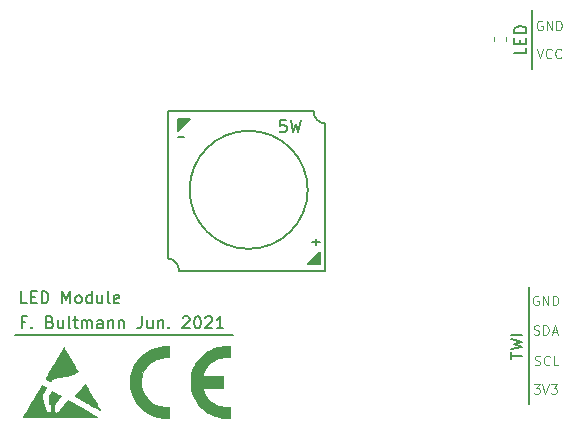
<source format=gbr>
%TF.GenerationSoftware,KiCad,Pcbnew,5.99.0-unknown-1f4a56005e~130~ubuntu20.04.1*%
%TF.CreationDate,2021-06-26T22:45:04+02:00*%
%TF.ProjectId,LED-Modul,4c45442d-4d6f-4647-956c-2e6b69636164,rev?*%
%TF.SameCoordinates,Original*%
%TF.FileFunction,Legend,Top*%
%TF.FilePolarity,Positive*%
%FSLAX46Y46*%
G04 Gerber Fmt 4.6, Leading zero omitted, Abs format (unit mm)*
G04 Created by KiCad (PCBNEW 5.99.0-unknown-1f4a56005e~130~ubuntu20.04.1) date 2021-06-26 22:45:04*
%MOMM*%
%LPD*%
G01*
G04 APERTURE LIST*
%ADD10C,0.150000*%
%ADD11C,0.100000*%
%ADD12C,0.200000*%
%ADD13C,0.120000*%
%ADD14C,0.010000*%
G04 APERTURE END LIST*
D10*
X151504391Y-90399009D02*
G75*
G02*
X150500000Y-89350000I45609J1049009D01*
G01*
X138150000Y-89350000D02*
X150500000Y-89350000D01*
X139000000Y-91000000D02*
X139000000Y-90000000D01*
X139000000Y-90000000D02*
X140000000Y-90000000D01*
X140000000Y-90000000D02*
X139000000Y-91000000D01*
G36*
X139000000Y-91000000D02*
G01*
X139000000Y-90000000D01*
X140000000Y-90000000D01*
X139000000Y-91000000D01*
G37*
X139000000Y-91000000D02*
X139000000Y-90000000D01*
X140000000Y-90000000D01*
X139000000Y-91000000D01*
X168997952Y-85812000D02*
X168997952Y-80812000D01*
X139100000Y-102850000D02*
X151500000Y-102850000D01*
X125184190Y-108268000D02*
X143684190Y-108268000D01*
X151000000Y-102250000D02*
X150000000Y-102250000D01*
X150000000Y-102250000D02*
X151000000Y-101250000D01*
X151000000Y-101250000D02*
X151000000Y-102250000D01*
G36*
X151000000Y-102250000D02*
G01*
X150000000Y-102250000D01*
X151000000Y-101250000D01*
X151000000Y-102250000D01*
G37*
X151000000Y-102250000D02*
X150000000Y-102250000D01*
X151000000Y-101250000D01*
X151000000Y-102250000D01*
X168729952Y-114170000D02*
X168729952Y-104270000D01*
X150000000Y-96000000D02*
G75*
G03*
X150000000Y-96000000I-5000000J0D01*
G01*
X150400000Y-100457000D02*
X151000000Y-100457000D01*
X150700000Y-100207000D02*
X150700000Y-100707000D01*
X139050000Y-91567000D02*
X139550000Y-91567000D01*
X138150000Y-101799999D02*
G75*
G02*
X139100000Y-102850000I-105264J-1050001D01*
G01*
X138150000Y-101800000D02*
X138150000Y-89350000D01*
X151504391Y-90399009D02*
X151500000Y-102850000D01*
D11*
X169227619Y-110813809D02*
X169341904Y-110851904D01*
X169532380Y-110851904D01*
X169608571Y-110813809D01*
X169646666Y-110775714D01*
X169684761Y-110699523D01*
X169684761Y-110623333D01*
X169646666Y-110547142D01*
X169608571Y-110509047D01*
X169532380Y-110470952D01*
X169380000Y-110432857D01*
X169303809Y-110394761D01*
X169265714Y-110356666D01*
X169227619Y-110280476D01*
X169227619Y-110204285D01*
X169265714Y-110128095D01*
X169303809Y-110090000D01*
X169380000Y-110051904D01*
X169570476Y-110051904D01*
X169684761Y-110090000D01*
X170484761Y-110775714D02*
X170446666Y-110813809D01*
X170332380Y-110851904D01*
X170256190Y-110851904D01*
X170141904Y-110813809D01*
X170065714Y-110737619D01*
X170027619Y-110661428D01*
X169989523Y-110509047D01*
X169989523Y-110394761D01*
X170027619Y-110242380D01*
X170065714Y-110166190D01*
X170141904Y-110090000D01*
X170256190Y-110051904D01*
X170332380Y-110051904D01*
X170446666Y-110090000D01*
X170484761Y-110128095D01*
X171208571Y-110851904D02*
X170827619Y-110851904D01*
X170827619Y-110051904D01*
X169520428Y-105010000D02*
X169444237Y-104971904D01*
X169329952Y-104971904D01*
X169215666Y-105010000D01*
X169139475Y-105086190D01*
X169101380Y-105162380D01*
X169063285Y-105314761D01*
X169063285Y-105429047D01*
X169101380Y-105581428D01*
X169139475Y-105657619D01*
X169215666Y-105733809D01*
X169329952Y-105771904D01*
X169406142Y-105771904D01*
X169520428Y-105733809D01*
X169558523Y-105695714D01*
X169558523Y-105429047D01*
X169406142Y-105429047D01*
X169901380Y-105771904D02*
X169901380Y-104971904D01*
X170358523Y-105771904D01*
X170358523Y-104971904D01*
X170739475Y-105771904D02*
X170739475Y-104971904D01*
X170929952Y-104971904D01*
X171044237Y-105010000D01*
X171120428Y-105086190D01*
X171158523Y-105162380D01*
X171196618Y-105314761D01*
X171196618Y-105429047D01*
X171158523Y-105581428D01*
X171120428Y-105657619D01*
X171044237Y-105733809D01*
X170929952Y-105771904D01*
X170739475Y-105771904D01*
X169386285Y-84073904D02*
X169652952Y-84873904D01*
X169919618Y-84073904D01*
X170643428Y-84797714D02*
X170605332Y-84835809D01*
X170491047Y-84873904D01*
X170414856Y-84873904D01*
X170300571Y-84835809D01*
X170224380Y-84759619D01*
X170186285Y-84683428D01*
X170148190Y-84531047D01*
X170148190Y-84416761D01*
X170186285Y-84264380D01*
X170224380Y-84188190D01*
X170300571Y-84112000D01*
X170414856Y-84073904D01*
X170491047Y-84073904D01*
X170605332Y-84112000D01*
X170643428Y-84150095D01*
X171443428Y-84797714D02*
X171405332Y-84835809D01*
X171291047Y-84873904D01*
X171214856Y-84873904D01*
X171100571Y-84835809D01*
X171024380Y-84759619D01*
X170986285Y-84683428D01*
X170948190Y-84531047D01*
X170948190Y-84416761D01*
X170986285Y-84264380D01*
X171024380Y-84188190D01*
X171100571Y-84112000D01*
X171214856Y-84073904D01*
X171291047Y-84073904D01*
X171405332Y-84112000D01*
X171443428Y-84150095D01*
D12*
X126236000Y-105608380D02*
X125759809Y-105608380D01*
X125759809Y-104608380D01*
X126569333Y-105084571D02*
X126902666Y-105084571D01*
X127045523Y-105608380D02*
X126569333Y-105608380D01*
X126569333Y-104608380D01*
X127045523Y-104608380D01*
X127474095Y-105608380D02*
X127474095Y-104608380D01*
X127712190Y-104608380D01*
X127855047Y-104656000D01*
X127950285Y-104751238D01*
X127997904Y-104846476D01*
X128045523Y-105036952D01*
X128045523Y-105179809D01*
X127997904Y-105370285D01*
X127950285Y-105465523D01*
X127855047Y-105560761D01*
X127712190Y-105608380D01*
X127474095Y-105608380D01*
X129236000Y-105608380D02*
X129236000Y-104608380D01*
X129569333Y-105322666D01*
X129902666Y-104608380D01*
X129902666Y-105608380D01*
X130521714Y-105608380D02*
X130426476Y-105560761D01*
X130378857Y-105513142D01*
X130331238Y-105417904D01*
X130331238Y-105132190D01*
X130378857Y-105036952D01*
X130426476Y-104989333D01*
X130521714Y-104941714D01*
X130664571Y-104941714D01*
X130759809Y-104989333D01*
X130807428Y-105036952D01*
X130855047Y-105132190D01*
X130855047Y-105417904D01*
X130807428Y-105513142D01*
X130759809Y-105560761D01*
X130664571Y-105608380D01*
X130521714Y-105608380D01*
X131712190Y-105608380D02*
X131712190Y-104608380D01*
X131712190Y-105560761D02*
X131616952Y-105608380D01*
X131426476Y-105608380D01*
X131331238Y-105560761D01*
X131283619Y-105513142D01*
X131236000Y-105417904D01*
X131236000Y-105132190D01*
X131283619Y-105036952D01*
X131331238Y-104989333D01*
X131426476Y-104941714D01*
X131616952Y-104941714D01*
X131712190Y-104989333D01*
X132616952Y-104941714D02*
X132616952Y-105608380D01*
X132188380Y-104941714D02*
X132188380Y-105465523D01*
X132236000Y-105560761D01*
X132331238Y-105608380D01*
X132474095Y-105608380D01*
X132569333Y-105560761D01*
X132616952Y-105513142D01*
X133236000Y-105608380D02*
X133140761Y-105560761D01*
X133093142Y-105465523D01*
X133093142Y-104608380D01*
X133997904Y-105560761D02*
X133902666Y-105608380D01*
X133712190Y-105608380D01*
X133616952Y-105560761D01*
X133569333Y-105465523D01*
X133569333Y-105084571D01*
X133616952Y-104989333D01*
X133712190Y-104941714D01*
X133902666Y-104941714D01*
X133997904Y-104989333D01*
X134045523Y-105084571D01*
X134045523Y-105179809D01*
X133569333Y-105275047D01*
X167182332Y-110315238D02*
X167182332Y-109743809D01*
X168182332Y-110029523D02*
X167182332Y-110029523D01*
X167182332Y-109505714D02*
X168182332Y-109267619D01*
X167468047Y-109077142D01*
X168182332Y-108886666D01*
X167182332Y-108648571D01*
X168182332Y-108267619D02*
X167182332Y-108267619D01*
X126101809Y-107196571D02*
X125768475Y-107196571D01*
X125768475Y-107720380D02*
X125768475Y-106720380D01*
X126244666Y-106720380D01*
X126625618Y-107625142D02*
X126673237Y-107672761D01*
X126625618Y-107720380D01*
X126577999Y-107672761D01*
X126625618Y-107625142D01*
X126625618Y-107720380D01*
X128197047Y-107196571D02*
X128339904Y-107244190D01*
X128387523Y-107291809D01*
X128435142Y-107387047D01*
X128435142Y-107529904D01*
X128387523Y-107625142D01*
X128339904Y-107672761D01*
X128244666Y-107720380D01*
X127863713Y-107720380D01*
X127863713Y-106720380D01*
X128197047Y-106720380D01*
X128292285Y-106768000D01*
X128339904Y-106815619D01*
X128387523Y-106910857D01*
X128387523Y-107006095D01*
X128339904Y-107101333D01*
X128292285Y-107148952D01*
X128197047Y-107196571D01*
X127863713Y-107196571D01*
X129292285Y-107053714D02*
X129292285Y-107720380D01*
X128863713Y-107053714D02*
X128863713Y-107577523D01*
X128911332Y-107672761D01*
X129006570Y-107720380D01*
X129149428Y-107720380D01*
X129244666Y-107672761D01*
X129292285Y-107625142D01*
X129911332Y-107720380D02*
X129816094Y-107672761D01*
X129768475Y-107577523D01*
X129768475Y-106720380D01*
X130149428Y-107053714D02*
X130530380Y-107053714D01*
X130292285Y-106720380D02*
X130292285Y-107577523D01*
X130339904Y-107672761D01*
X130435142Y-107720380D01*
X130530380Y-107720380D01*
X130863713Y-107720380D02*
X130863713Y-107053714D01*
X130863713Y-107148952D02*
X130911332Y-107101333D01*
X131006570Y-107053714D01*
X131149428Y-107053714D01*
X131244666Y-107101333D01*
X131292285Y-107196571D01*
X131292285Y-107720380D01*
X131292285Y-107196571D02*
X131339904Y-107101333D01*
X131435142Y-107053714D01*
X131577999Y-107053714D01*
X131673237Y-107101333D01*
X131720856Y-107196571D01*
X131720856Y-107720380D01*
X132625618Y-107720380D02*
X132625618Y-107196571D01*
X132577999Y-107101333D01*
X132482761Y-107053714D01*
X132292285Y-107053714D01*
X132197047Y-107101333D01*
X132625618Y-107672761D02*
X132530380Y-107720380D01*
X132292285Y-107720380D01*
X132197047Y-107672761D01*
X132149428Y-107577523D01*
X132149428Y-107482285D01*
X132197047Y-107387047D01*
X132292285Y-107339428D01*
X132530380Y-107339428D01*
X132625618Y-107291809D01*
X133101809Y-107053714D02*
X133101809Y-107720380D01*
X133101809Y-107148952D02*
X133149428Y-107101333D01*
X133244666Y-107053714D01*
X133387523Y-107053714D01*
X133482761Y-107101333D01*
X133530380Y-107196571D01*
X133530380Y-107720380D01*
X134006570Y-107053714D02*
X134006570Y-107720380D01*
X134006570Y-107148952D02*
X134054190Y-107101333D01*
X134149428Y-107053714D01*
X134292285Y-107053714D01*
X134387523Y-107101333D01*
X134435142Y-107196571D01*
X134435142Y-107720380D01*
X135958951Y-106720380D02*
X135958951Y-107434666D01*
X135911332Y-107577523D01*
X135816094Y-107672761D01*
X135673237Y-107720380D01*
X135577999Y-107720380D01*
X136863713Y-107053714D02*
X136863713Y-107720380D01*
X136435142Y-107053714D02*
X136435142Y-107577523D01*
X136482761Y-107672761D01*
X136577999Y-107720380D01*
X136720856Y-107720380D01*
X136816094Y-107672761D01*
X136863713Y-107625142D01*
X137339904Y-107053714D02*
X137339904Y-107720380D01*
X137339904Y-107148952D02*
X137387523Y-107101333D01*
X137482761Y-107053714D01*
X137625618Y-107053714D01*
X137720856Y-107101333D01*
X137768475Y-107196571D01*
X137768475Y-107720380D01*
X138244666Y-107625142D02*
X138292285Y-107672761D01*
X138244666Y-107720380D01*
X138197047Y-107672761D01*
X138244666Y-107625142D01*
X138244666Y-107720380D01*
X139435142Y-106815619D02*
X139482761Y-106768000D01*
X139577999Y-106720380D01*
X139816094Y-106720380D01*
X139911332Y-106768000D01*
X139958951Y-106815619D01*
X140006570Y-106910857D01*
X140006570Y-107006095D01*
X139958951Y-107148952D01*
X139387523Y-107720380D01*
X140006570Y-107720380D01*
X140625618Y-106720380D02*
X140720856Y-106720380D01*
X140816094Y-106768000D01*
X140863713Y-106815619D01*
X140911332Y-106910857D01*
X140958951Y-107101333D01*
X140958951Y-107339428D01*
X140911332Y-107529904D01*
X140863713Y-107625142D01*
X140816094Y-107672761D01*
X140720856Y-107720380D01*
X140625618Y-107720380D01*
X140530380Y-107672761D01*
X140482761Y-107625142D01*
X140435142Y-107529904D01*
X140387523Y-107339428D01*
X140387523Y-107101333D01*
X140435142Y-106910857D01*
X140482761Y-106815619D01*
X140530380Y-106768000D01*
X140625618Y-106720380D01*
X141339904Y-106815619D02*
X141387523Y-106768000D01*
X141482761Y-106720380D01*
X141720856Y-106720380D01*
X141816094Y-106768000D01*
X141863713Y-106815619D01*
X141911332Y-106910857D01*
X141911332Y-107006095D01*
X141863713Y-107148952D01*
X141292285Y-107720380D01*
X141911332Y-107720380D01*
X142863713Y-107720380D02*
X142292285Y-107720380D01*
X142577999Y-107720380D02*
X142577999Y-106720380D01*
X142482761Y-106863238D01*
X142387523Y-106958476D01*
X142292285Y-107006095D01*
D11*
X169843428Y-81712000D02*
X169767237Y-81673904D01*
X169652952Y-81673904D01*
X169538666Y-81712000D01*
X169462475Y-81788190D01*
X169424380Y-81864380D01*
X169386285Y-82016761D01*
X169386285Y-82131047D01*
X169424380Y-82283428D01*
X169462475Y-82359619D01*
X169538666Y-82435809D01*
X169652952Y-82473904D01*
X169729142Y-82473904D01*
X169843428Y-82435809D01*
X169881523Y-82397714D01*
X169881523Y-82131047D01*
X169729142Y-82131047D01*
X170224380Y-82473904D02*
X170224380Y-81673904D01*
X170681523Y-82473904D01*
X170681523Y-81673904D01*
X171062475Y-82473904D02*
X171062475Y-81673904D01*
X171252952Y-81673904D01*
X171367237Y-81712000D01*
X171443428Y-81788190D01*
X171481523Y-81864380D01*
X171519618Y-82016761D01*
X171519618Y-82131047D01*
X171481523Y-82283428D01*
X171443428Y-82359619D01*
X171367237Y-82435809D01*
X171252952Y-82473904D01*
X171062475Y-82473904D01*
D12*
X168505332Y-83954857D02*
X168505332Y-84431047D01*
X167505332Y-84431047D01*
X167981523Y-83621523D02*
X167981523Y-83288190D01*
X168505332Y-83145333D02*
X168505332Y-83621523D01*
X167505332Y-83621523D01*
X167505332Y-83145333D01*
X168505332Y-82716761D02*
X167505332Y-82716761D01*
X167505332Y-82478666D01*
X167552952Y-82335809D01*
X167648190Y-82240571D01*
X167743428Y-82192952D01*
X167933904Y-82145333D01*
X168076761Y-82145333D01*
X168267237Y-82192952D01*
X168362475Y-82240571D01*
X168457713Y-82335809D01*
X168505332Y-82478666D01*
X168505332Y-82716761D01*
D10*
X148166666Y-90130380D02*
X147690476Y-90130380D01*
X147642857Y-90606571D01*
X147690476Y-90558952D01*
X147785714Y-90511333D01*
X148023809Y-90511333D01*
X148119047Y-90558952D01*
X148166666Y-90606571D01*
X148214285Y-90701809D01*
X148214285Y-90939904D01*
X148166666Y-91035142D01*
X148119047Y-91082761D01*
X148023809Y-91130380D01*
X147785714Y-91130380D01*
X147690476Y-91082761D01*
X147642857Y-91035142D01*
X148547619Y-90130380D02*
X148785714Y-91130380D01*
X148976190Y-90416095D01*
X149166666Y-91130380D01*
X149404761Y-90130380D01*
D11*
X169158523Y-108233809D02*
X169272809Y-108271904D01*
X169463285Y-108271904D01*
X169539475Y-108233809D01*
X169577571Y-108195714D01*
X169615666Y-108119523D01*
X169615666Y-108043333D01*
X169577571Y-107967142D01*
X169539475Y-107929047D01*
X169463285Y-107890952D01*
X169310904Y-107852857D01*
X169234713Y-107814761D01*
X169196618Y-107776666D01*
X169158523Y-107700476D01*
X169158523Y-107624285D01*
X169196618Y-107548095D01*
X169234713Y-107510000D01*
X169310904Y-107471904D01*
X169501380Y-107471904D01*
X169615666Y-107510000D01*
X169958523Y-108271904D02*
X169958523Y-107471904D01*
X170148999Y-107471904D01*
X170263285Y-107510000D01*
X170339475Y-107586190D01*
X170377571Y-107662380D01*
X170415666Y-107814761D01*
X170415666Y-107929047D01*
X170377571Y-108081428D01*
X170339475Y-108157619D01*
X170263285Y-108233809D01*
X170148999Y-108271904D01*
X169958523Y-108271904D01*
X170720428Y-108043333D02*
X171101380Y-108043333D01*
X170644237Y-108271904D02*
X170910904Y-107471904D01*
X171177571Y-108271904D01*
X169139475Y-112471904D02*
X169634713Y-112471904D01*
X169368047Y-112776666D01*
X169482332Y-112776666D01*
X169558523Y-112814761D01*
X169596618Y-112852857D01*
X169634713Y-112929047D01*
X169634713Y-113119523D01*
X169596618Y-113195714D01*
X169558523Y-113233809D01*
X169482332Y-113271904D01*
X169253761Y-113271904D01*
X169177571Y-113233809D01*
X169139475Y-113195714D01*
X169863285Y-112471904D02*
X170129952Y-113271904D01*
X170396618Y-112471904D01*
X170587094Y-112471904D02*
X171082332Y-112471904D01*
X170815666Y-112776666D01*
X170929952Y-112776666D01*
X171006142Y-112814761D01*
X171044237Y-112852857D01*
X171082332Y-112929047D01*
X171082332Y-113119523D01*
X171044237Y-113195714D01*
X171006142Y-113233809D01*
X170929952Y-113271904D01*
X170701380Y-113271904D01*
X170625190Y-113233809D01*
X170587094Y-113195714D01*
D13*
%TO.C,REF\u002A\u002A*%
X165790000Y-83396267D02*
X165790000Y-83103733D01*
X166810000Y-83396267D02*
X166810000Y-83103733D01*
D14*
X138123377Y-109252315D02*
X138187860Y-109253975D01*
X138187860Y-109253975D02*
X138234493Y-109256945D01*
X138234493Y-109256945D02*
X138254841Y-109260088D01*
X138254841Y-109260088D02*
X138284607Y-109268065D01*
X138284607Y-109268065D02*
X138284607Y-110188530D01*
X138284607Y-110188530D02*
X138075071Y-110181259D01*
X138075071Y-110181259D02*
X137865237Y-110181523D01*
X137865237Y-110181523D02*
X137671049Y-110198382D01*
X137671049Y-110198382D02*
X137486610Y-110233075D01*
X137486610Y-110233075D02*
X137306022Y-110286839D01*
X137306022Y-110286839D02*
X137123387Y-110360911D01*
X137123387Y-110360911D02*
X137047679Y-110396879D01*
X137047679Y-110396879D02*
X136867128Y-110495977D01*
X136867128Y-110495977D02*
X136704488Y-110607326D01*
X136704488Y-110607326D02*
X136552091Y-110736408D01*
X136552091Y-110736408D02*
X136492812Y-110793705D01*
X136492812Y-110793705D02*
X136336175Y-110968861D01*
X136336175Y-110968861D02*
X136200663Y-111159520D01*
X136200663Y-111159520D02*
X136086956Y-111364394D01*
X136086956Y-111364394D02*
X135995734Y-111582193D01*
X135995734Y-111582193D02*
X135927675Y-111811629D01*
X135927675Y-111811629D02*
X135907516Y-111904197D01*
X135907516Y-111904197D02*
X135895367Y-111988244D01*
X135895367Y-111988244D02*
X135887256Y-112091234D01*
X135887256Y-112091234D02*
X135883175Y-112205965D01*
X135883175Y-112205965D02*
X135883116Y-112325234D01*
X135883116Y-112325234D02*
X135887074Y-112441837D01*
X135887074Y-112441837D02*
X135895041Y-112548571D01*
X135895041Y-112548571D02*
X135907009Y-112638233D01*
X135907009Y-112638233D02*
X135908247Y-112645031D01*
X135908247Y-112645031D02*
X135964101Y-112873759D01*
X135964101Y-112873759D02*
X136043489Y-113091965D01*
X136043489Y-113091965D02*
X136145121Y-113298177D01*
X136145121Y-113298177D02*
X136267712Y-113490928D01*
X136267712Y-113490928D02*
X136409971Y-113668748D01*
X136409971Y-113668748D02*
X136570611Y-113830168D01*
X136570611Y-113830168D02*
X136748345Y-113973719D01*
X136748345Y-113973719D02*
X136941883Y-114097931D01*
X136941883Y-114097931D02*
X137149938Y-114201336D01*
X137149938Y-114201336D02*
X137333427Y-114270535D01*
X137333427Y-114270535D02*
X137436567Y-114302118D01*
X137436567Y-114302118D02*
X137531297Y-114326129D01*
X137531297Y-114326129D02*
X137624060Y-114343463D01*
X137624060Y-114343463D02*
X137721296Y-114355016D01*
X137721296Y-114355016D02*
X137829448Y-114361680D01*
X137829448Y-114361680D02*
X137954957Y-114364352D01*
X137954957Y-114364352D02*
X138010101Y-114364504D01*
X138010101Y-114364504D02*
X138284607Y-114364186D01*
X138284607Y-114364186D02*
X138284607Y-115281164D01*
X138284607Y-115281164D02*
X138254841Y-115289141D01*
X138254841Y-115289141D02*
X138229441Y-115292138D01*
X138229441Y-115292138D02*
X138182446Y-115294203D01*
X138182446Y-115294203D02*
X138118700Y-115295382D01*
X138118700Y-115295382D02*
X138043048Y-115295723D01*
X138043048Y-115295723D02*
X137960336Y-115295274D01*
X137960336Y-115295274D02*
X137875407Y-115294083D01*
X137875407Y-115294083D02*
X137793107Y-115292197D01*
X137793107Y-115292197D02*
X137718281Y-115289663D01*
X137718281Y-115289663D02*
X137655773Y-115286531D01*
X137655773Y-115286531D02*
X137610428Y-115282847D01*
X137610428Y-115282847D02*
X137609919Y-115282789D01*
X137609919Y-115282789D02*
X137496919Y-115266341D01*
X137496919Y-115266341D02*
X137369318Y-115241706D01*
X137369318Y-115241706D02*
X137236852Y-115211083D01*
X137236852Y-115211083D02*
X137109256Y-115176667D01*
X137109256Y-115176667D02*
X137028174Y-115151536D01*
X137028174Y-115151536D02*
X136763637Y-115050498D01*
X136763637Y-115050498D02*
X136512913Y-114927513D01*
X136512913Y-114927513D02*
X136276995Y-114783777D01*
X136276995Y-114783777D02*
X136056870Y-114620487D01*
X136056870Y-114620487D02*
X135853530Y-114438838D01*
X135853530Y-114438838D02*
X135667963Y-114240026D01*
X135667963Y-114240026D02*
X135501160Y-114025247D01*
X135501160Y-114025247D02*
X135354111Y-113795698D01*
X135354111Y-113795698D02*
X135227805Y-113552573D01*
X135227805Y-113552573D02*
X135123232Y-113297070D01*
X135123232Y-113297070D02*
X135041382Y-113030383D01*
X135041382Y-113030383D02*
X134983245Y-112753709D01*
X134983245Y-112753709D02*
X134970028Y-112664875D01*
X134970028Y-112664875D02*
X134961572Y-112580107D01*
X134961572Y-112580107D02*
X134955753Y-112476118D01*
X134955753Y-112476118D02*
X134952572Y-112360009D01*
X134952572Y-112360009D02*
X134952029Y-112238887D01*
X134952029Y-112238887D02*
X134954124Y-112119854D01*
X134954124Y-112119854D02*
X134958856Y-112010014D01*
X134958856Y-112010014D02*
X134966227Y-111916472D01*
X134966227Y-111916472D02*
X134970028Y-111884354D01*
X134970028Y-111884354D02*
X135020949Y-111601706D01*
X135020949Y-111601706D02*
X135096395Y-111328614D01*
X135096395Y-111328614D02*
X135196109Y-111065714D01*
X135196109Y-111065714D02*
X135319836Y-110813637D01*
X135319836Y-110813637D02*
X135467318Y-110573017D01*
X135467318Y-110573017D02*
X135546142Y-110462218D01*
X135546142Y-110462218D02*
X135724420Y-110244723D01*
X135724420Y-110244723D02*
X135920423Y-110046344D01*
X135920423Y-110046344D02*
X136132788Y-109867882D01*
X136132788Y-109867882D02*
X136360149Y-109710133D01*
X136360149Y-109710133D02*
X136601143Y-109573897D01*
X136601143Y-109573897D02*
X136854403Y-109459971D01*
X136854403Y-109459971D02*
X137118567Y-109369153D01*
X137118567Y-109369153D02*
X137392269Y-109302241D01*
X137392269Y-109302241D02*
X137583070Y-109270813D01*
X137583070Y-109270813D02*
X137635544Y-109265490D01*
X137635544Y-109265490D02*
X137704408Y-109260930D01*
X137704408Y-109260930D02*
X137784771Y-109257212D01*
X137784771Y-109257212D02*
X137871740Y-109254413D01*
X137871740Y-109254413D02*
X137960426Y-109252612D01*
X137960426Y-109252612D02*
X138045935Y-109251887D01*
X138045935Y-109251887D02*
X138123377Y-109252315D01*
X138123377Y-109252315D02*
X138123377Y-109252315D01*
G36*
X138123377Y-109252315D02*
G01*
X138187860Y-109253975D01*
X138234493Y-109256945D01*
X138254841Y-109260088D01*
X138284607Y-109268065D01*
X138284607Y-110188530D01*
X138075071Y-110181259D01*
X137865237Y-110181523D01*
X137671049Y-110198382D01*
X137486610Y-110233075D01*
X137306022Y-110286839D01*
X137123387Y-110360911D01*
X137047679Y-110396879D01*
X136867128Y-110495977D01*
X136704488Y-110607326D01*
X136552091Y-110736408D01*
X136492812Y-110793705D01*
X136336175Y-110968861D01*
X136200663Y-111159520D01*
X136086956Y-111364394D01*
X135995734Y-111582193D01*
X135927675Y-111811629D01*
X135907516Y-111904197D01*
X135895367Y-111988244D01*
X135887256Y-112091234D01*
X135883175Y-112205965D01*
X135883116Y-112325234D01*
X135887074Y-112441837D01*
X135895041Y-112548571D01*
X135907009Y-112638233D01*
X135908247Y-112645031D01*
X135964101Y-112873759D01*
X136043489Y-113091965D01*
X136145121Y-113298177D01*
X136267712Y-113490928D01*
X136409971Y-113668748D01*
X136570611Y-113830168D01*
X136748345Y-113973719D01*
X136941883Y-114097931D01*
X137149938Y-114201336D01*
X137333427Y-114270535D01*
X137436567Y-114302118D01*
X137531297Y-114326129D01*
X137624060Y-114343463D01*
X137721296Y-114355016D01*
X137829448Y-114361680D01*
X137954957Y-114364352D01*
X138010101Y-114364504D01*
X138284607Y-114364186D01*
X138284607Y-115281164D01*
X138254841Y-115289141D01*
X138229441Y-115292138D01*
X138182446Y-115294203D01*
X138118700Y-115295382D01*
X138043048Y-115295723D01*
X137960336Y-115295274D01*
X137875407Y-115294083D01*
X137793107Y-115292197D01*
X137718281Y-115289663D01*
X137655773Y-115286531D01*
X137610428Y-115282847D01*
X137609919Y-115282789D01*
X137496919Y-115266341D01*
X137369318Y-115241706D01*
X137236852Y-115211083D01*
X137109256Y-115176667D01*
X137028174Y-115151536D01*
X136763637Y-115050498D01*
X136512913Y-114927513D01*
X136276995Y-114783777D01*
X136056870Y-114620487D01*
X135853530Y-114438838D01*
X135667963Y-114240026D01*
X135501160Y-114025247D01*
X135354111Y-113795698D01*
X135227805Y-113552573D01*
X135123232Y-113297070D01*
X135041382Y-113030383D01*
X134983245Y-112753709D01*
X134970028Y-112664875D01*
X134961572Y-112580107D01*
X134955753Y-112476118D01*
X134952572Y-112360009D01*
X134952029Y-112238887D01*
X134954124Y-112119854D01*
X134958856Y-112010014D01*
X134966227Y-111916472D01*
X134970028Y-111884354D01*
X135020949Y-111601706D01*
X135096395Y-111328614D01*
X135196109Y-111065714D01*
X135319836Y-110813637D01*
X135467318Y-110573017D01*
X135546142Y-110462218D01*
X135724420Y-110244723D01*
X135920423Y-110046344D01*
X136132788Y-109867882D01*
X136360149Y-109710133D01*
X136601143Y-109573897D01*
X136854403Y-109459971D01*
X137118567Y-109369153D01*
X137392269Y-109302241D01*
X137583070Y-109270813D01*
X137635544Y-109265490D01*
X137704408Y-109260930D01*
X137784771Y-109257212D01*
X137871740Y-109254413D01*
X137960426Y-109252612D01*
X138045935Y-109251887D01*
X138123377Y-109252315D01*
G37*
X138123377Y-109252315D02*
X138187860Y-109253975D01*
X138234493Y-109256945D01*
X138254841Y-109260088D01*
X138284607Y-109268065D01*
X138284607Y-110188530D01*
X138075071Y-110181259D01*
X137865237Y-110181523D01*
X137671049Y-110198382D01*
X137486610Y-110233075D01*
X137306022Y-110286839D01*
X137123387Y-110360911D01*
X137047679Y-110396879D01*
X136867128Y-110495977D01*
X136704488Y-110607326D01*
X136552091Y-110736408D01*
X136492812Y-110793705D01*
X136336175Y-110968861D01*
X136200663Y-111159520D01*
X136086956Y-111364394D01*
X135995734Y-111582193D01*
X135927675Y-111811629D01*
X135907516Y-111904197D01*
X135895367Y-111988244D01*
X135887256Y-112091234D01*
X135883175Y-112205965D01*
X135883116Y-112325234D01*
X135887074Y-112441837D01*
X135895041Y-112548571D01*
X135907009Y-112638233D01*
X135908247Y-112645031D01*
X135964101Y-112873759D01*
X136043489Y-113091965D01*
X136145121Y-113298177D01*
X136267712Y-113490928D01*
X136409971Y-113668748D01*
X136570611Y-113830168D01*
X136748345Y-113973719D01*
X136941883Y-114097931D01*
X137149938Y-114201336D01*
X137333427Y-114270535D01*
X137436567Y-114302118D01*
X137531297Y-114326129D01*
X137624060Y-114343463D01*
X137721296Y-114355016D01*
X137829448Y-114361680D01*
X137954957Y-114364352D01*
X138010101Y-114364504D01*
X138284607Y-114364186D01*
X138284607Y-115281164D01*
X138254841Y-115289141D01*
X138229441Y-115292138D01*
X138182446Y-115294203D01*
X138118700Y-115295382D01*
X138043048Y-115295723D01*
X137960336Y-115295274D01*
X137875407Y-115294083D01*
X137793107Y-115292197D01*
X137718281Y-115289663D01*
X137655773Y-115286531D01*
X137610428Y-115282847D01*
X137609919Y-115282789D01*
X137496919Y-115266341D01*
X137369318Y-115241706D01*
X137236852Y-115211083D01*
X137109256Y-115176667D01*
X137028174Y-115151536D01*
X136763637Y-115050498D01*
X136512913Y-114927513D01*
X136276995Y-114783777D01*
X136056870Y-114620487D01*
X135853530Y-114438838D01*
X135667963Y-114240026D01*
X135501160Y-114025247D01*
X135354111Y-113795698D01*
X135227805Y-113552573D01*
X135123232Y-113297070D01*
X135041382Y-113030383D01*
X134983245Y-112753709D01*
X134970028Y-112664875D01*
X134961572Y-112580107D01*
X134955753Y-112476118D01*
X134952572Y-112360009D01*
X134952029Y-112238887D01*
X134954124Y-112119854D01*
X134958856Y-112010014D01*
X134966227Y-111916472D01*
X134970028Y-111884354D01*
X135020949Y-111601706D01*
X135096395Y-111328614D01*
X135196109Y-111065714D01*
X135319836Y-110813637D01*
X135467318Y-110573017D01*
X135546142Y-110462218D01*
X135724420Y-110244723D01*
X135920423Y-110046344D01*
X136132788Y-109867882D01*
X136360149Y-109710133D01*
X136601143Y-109573897D01*
X136854403Y-109459971D01*
X137118567Y-109369153D01*
X137392269Y-109302241D01*
X137583070Y-109270813D01*
X137635544Y-109265490D01*
X137704408Y-109260930D01*
X137784771Y-109257212D01*
X137871740Y-109254413D01*
X137960426Y-109252612D01*
X138045935Y-109251887D01*
X138123377Y-109252315D01*
X143417525Y-110184406D02*
X143123175Y-110184695D01*
X143123175Y-110184695D02*
X143021200Y-110185120D01*
X143021200Y-110185120D02*
X142940545Y-110186408D01*
X142940545Y-110186408D02*
X142876078Y-110188914D01*
X142876078Y-110188914D02*
X142822666Y-110192996D01*
X142822666Y-110192996D02*
X142775178Y-110199008D01*
X142775178Y-110199008D02*
X142728479Y-110207308D01*
X142728479Y-110207308D02*
X142694579Y-110214436D01*
X142694579Y-110214436D02*
X142464739Y-110277754D01*
X142464739Y-110277754D02*
X142245422Y-110364012D01*
X142245422Y-110364012D02*
X142038391Y-110472009D01*
X142038391Y-110472009D02*
X141845410Y-110600544D01*
X141845410Y-110600544D02*
X141668239Y-110748418D01*
X141668239Y-110748418D02*
X141508643Y-110914430D01*
X141508643Y-110914430D02*
X141368383Y-111097379D01*
X141368383Y-111097379D02*
X141343744Y-111134449D01*
X141343744Y-111134449D02*
X141291946Y-111221402D01*
X141291946Y-111221402D02*
X141239045Y-111322820D01*
X141239045Y-111322820D02*
X141188026Y-111431866D01*
X141188026Y-111431866D02*
X141141872Y-111541702D01*
X141141872Y-111541702D02*
X141103565Y-111645488D01*
X141103565Y-111645488D02*
X141076088Y-111736388D01*
X141076088Y-111736388D02*
X141069994Y-111761984D01*
X141069994Y-111761984D02*
X141060629Y-111804979D01*
X141060629Y-111804979D02*
X142822211Y-111804979D01*
X142822211Y-111804979D02*
X142822211Y-112744250D01*
X142822211Y-112744250D02*
X141060629Y-112744250D01*
X141060629Y-112744250D02*
X141069994Y-112787244D01*
X141069994Y-112787244D02*
X141095054Y-112878611D01*
X141095054Y-112878611D02*
X141132542Y-112984469D01*
X141132542Y-112984469D02*
X141179375Y-113097878D01*
X141179375Y-113097878D02*
X141232472Y-113211892D01*
X141232472Y-113211892D02*
X141288750Y-113319569D01*
X141288750Y-113319569D02*
X141345126Y-113413967D01*
X141345126Y-113413967D02*
X141354582Y-113428319D01*
X141354582Y-113428319D02*
X141498324Y-113619791D01*
X141498324Y-113619791D02*
X141659523Y-113791630D01*
X141659523Y-113791630D02*
X141837180Y-113943163D01*
X141837180Y-113943163D02*
X142030299Y-114073719D01*
X142030299Y-114073719D02*
X142237881Y-114182624D01*
X142237881Y-114182624D02*
X142458928Y-114269206D01*
X142458928Y-114269206D02*
X142692445Y-114332794D01*
X142692445Y-114332794D02*
X142698146Y-114334021D01*
X142698146Y-114334021D02*
X142750728Y-114344622D01*
X142750728Y-114344622D02*
X142799148Y-114352513D01*
X142799148Y-114352513D02*
X142848799Y-114358078D01*
X142848799Y-114358078D02*
X142905071Y-114361702D01*
X142905071Y-114361702D02*
X142973358Y-114363769D01*
X142973358Y-114363769D02*
X143059049Y-114364664D01*
X143059049Y-114364664D02*
X143129789Y-114364799D01*
X143129789Y-114364799D02*
X143417523Y-114364776D01*
X143417523Y-114364776D02*
X143417523Y-115297479D01*
X143417523Y-115297479D02*
X143129789Y-115295762D01*
X143129789Y-115295762D02*
X143037814Y-115294709D01*
X143037814Y-115294709D02*
X142948081Y-115292766D01*
X142948081Y-115292766D02*
X142866348Y-115290126D01*
X142866348Y-115290126D02*
X142798369Y-115286981D01*
X142798369Y-115286981D02*
X142749901Y-115283526D01*
X142749901Y-115283526D02*
X142742836Y-115282789D01*
X142742836Y-115282789D02*
X142517427Y-115246594D01*
X142517427Y-115246594D02*
X142285576Y-115189376D01*
X142285576Y-115189376D02*
X142053615Y-115113284D01*
X142053615Y-115113284D02*
X141827875Y-115020465D01*
X141827875Y-115020465D02*
X141614689Y-114913068D01*
X141614689Y-114913068D02*
X141558887Y-114881135D01*
X141558887Y-114881135D02*
X141395346Y-114775667D01*
X141395346Y-114775667D02*
X141229404Y-114651545D01*
X141229404Y-114651545D02*
X141067617Y-114514431D01*
X141067617Y-114514431D02*
X140916540Y-114369982D01*
X140916540Y-114369982D02*
X140782730Y-114223859D01*
X140782730Y-114223859D02*
X140746183Y-114179607D01*
X140746183Y-114179607D02*
X140584863Y-113958012D01*
X140584863Y-113958012D02*
X140443538Y-113720378D01*
X140443538Y-113720378D02*
X140323215Y-113469089D01*
X140323215Y-113469089D02*
X140224901Y-113206532D01*
X140224901Y-113206532D02*
X140149602Y-112935092D01*
X140149602Y-112935092D02*
X140098325Y-112657155D01*
X140098325Y-112657155D02*
X140095780Y-112638416D01*
X140095780Y-112638416D02*
X140088831Y-112566751D01*
X140088831Y-112566751D02*
X140083898Y-112476046D01*
X140083898Y-112476046D02*
X140080982Y-112372923D01*
X140080982Y-112372923D02*
X140080085Y-112264009D01*
X140080085Y-112264009D02*
X140081209Y-112155925D01*
X140081209Y-112155925D02*
X140084356Y-112055298D01*
X140084356Y-112055298D02*
X140089528Y-111968752D01*
X140089528Y-111968752D02*
X140095573Y-111910812D01*
X140095573Y-111910812D02*
X140147529Y-111625894D01*
X140147529Y-111625894D02*
X140222759Y-111350354D01*
X140222759Y-111350354D02*
X140320581Y-111085809D01*
X140320581Y-111085809D02*
X140440311Y-110833877D01*
X140440311Y-110833877D02*
X140581266Y-110596177D01*
X140581266Y-110596177D02*
X140742763Y-110374325D01*
X140742763Y-110374325D02*
X140746183Y-110370079D01*
X140746183Y-110370079D02*
X140926470Y-110167121D01*
X140926470Y-110167121D02*
X141125612Y-109980656D01*
X141125612Y-109980656D02*
X141341163Y-109812214D01*
X141341163Y-109812214D02*
X141570675Y-109663325D01*
X141570675Y-109663325D02*
X141811699Y-109535517D01*
X141811699Y-109535517D02*
X142061790Y-109430322D01*
X142061790Y-109430322D02*
X142318499Y-109349267D01*
X142318499Y-109349267D02*
X142418809Y-109324769D01*
X142418809Y-109324769D02*
X142542720Y-109298938D01*
X142542720Y-109298938D02*
X142657890Y-109279592D01*
X142657890Y-109279592D02*
X142771710Y-109265981D01*
X142771710Y-109265981D02*
X142891575Y-109257356D01*
X142891575Y-109257356D02*
X143024877Y-109252968D01*
X143024877Y-109252968D02*
X143136403Y-109252008D01*
X143136403Y-109252008D02*
X143417523Y-109251750D01*
X143417523Y-109251750D02*
X143417525Y-110184406D01*
X143417525Y-110184406D02*
X143417525Y-110184406D01*
G36*
X143417525Y-110184406D02*
G01*
X143123175Y-110184695D01*
X143021200Y-110185120D01*
X142940545Y-110186408D01*
X142876078Y-110188914D01*
X142822666Y-110192996D01*
X142775178Y-110199008D01*
X142728479Y-110207308D01*
X142694579Y-110214436D01*
X142464739Y-110277754D01*
X142245422Y-110364012D01*
X142038391Y-110472009D01*
X141845410Y-110600544D01*
X141668239Y-110748418D01*
X141508643Y-110914430D01*
X141368383Y-111097379D01*
X141343744Y-111134449D01*
X141291946Y-111221402D01*
X141239045Y-111322820D01*
X141188026Y-111431866D01*
X141141872Y-111541702D01*
X141103565Y-111645488D01*
X141076088Y-111736388D01*
X141069994Y-111761984D01*
X141060629Y-111804979D01*
X142822211Y-111804979D01*
X142822211Y-112744250D01*
X141060629Y-112744250D01*
X141069994Y-112787244D01*
X141095054Y-112878611D01*
X141132542Y-112984469D01*
X141179375Y-113097878D01*
X141232472Y-113211892D01*
X141288750Y-113319569D01*
X141345126Y-113413967D01*
X141354582Y-113428319D01*
X141498324Y-113619791D01*
X141659523Y-113791630D01*
X141837180Y-113943163D01*
X142030299Y-114073719D01*
X142237881Y-114182624D01*
X142458928Y-114269206D01*
X142692445Y-114332794D01*
X142698146Y-114334021D01*
X142750728Y-114344622D01*
X142799148Y-114352513D01*
X142848799Y-114358078D01*
X142905071Y-114361702D01*
X142973358Y-114363769D01*
X143059049Y-114364664D01*
X143129789Y-114364799D01*
X143417523Y-114364776D01*
X143417523Y-115297479D01*
X143129789Y-115295762D01*
X143037814Y-115294709D01*
X142948081Y-115292766D01*
X142866348Y-115290126D01*
X142798369Y-115286981D01*
X142749901Y-115283526D01*
X142742836Y-115282789D01*
X142517427Y-115246594D01*
X142285576Y-115189376D01*
X142053615Y-115113284D01*
X141827875Y-115020465D01*
X141614689Y-114913068D01*
X141558887Y-114881135D01*
X141395346Y-114775667D01*
X141229404Y-114651545D01*
X141067617Y-114514431D01*
X140916540Y-114369982D01*
X140782730Y-114223859D01*
X140746183Y-114179607D01*
X140584863Y-113958012D01*
X140443538Y-113720378D01*
X140323215Y-113469089D01*
X140224901Y-113206532D01*
X140149602Y-112935092D01*
X140098325Y-112657155D01*
X140095780Y-112638416D01*
X140088831Y-112566751D01*
X140083898Y-112476046D01*
X140080982Y-112372923D01*
X140080085Y-112264009D01*
X140081209Y-112155925D01*
X140084356Y-112055298D01*
X140089528Y-111968752D01*
X140095573Y-111910812D01*
X140147529Y-111625894D01*
X140222759Y-111350354D01*
X140320581Y-111085809D01*
X140440311Y-110833877D01*
X140581266Y-110596177D01*
X140742763Y-110374325D01*
X140746183Y-110370079D01*
X140926470Y-110167121D01*
X141125612Y-109980656D01*
X141341163Y-109812214D01*
X141570675Y-109663325D01*
X141811699Y-109535517D01*
X142061790Y-109430322D01*
X142318499Y-109349267D01*
X142418809Y-109324769D01*
X142542720Y-109298938D01*
X142657890Y-109279592D01*
X142771710Y-109265981D01*
X142891575Y-109257356D01*
X143024877Y-109252968D01*
X143136403Y-109252008D01*
X143417523Y-109251750D01*
X143417525Y-110184406D01*
G37*
X143417525Y-110184406D02*
X143123175Y-110184695D01*
X143021200Y-110185120D01*
X142940545Y-110186408D01*
X142876078Y-110188914D01*
X142822666Y-110192996D01*
X142775178Y-110199008D01*
X142728479Y-110207308D01*
X142694579Y-110214436D01*
X142464739Y-110277754D01*
X142245422Y-110364012D01*
X142038391Y-110472009D01*
X141845410Y-110600544D01*
X141668239Y-110748418D01*
X141508643Y-110914430D01*
X141368383Y-111097379D01*
X141343744Y-111134449D01*
X141291946Y-111221402D01*
X141239045Y-111322820D01*
X141188026Y-111431866D01*
X141141872Y-111541702D01*
X141103565Y-111645488D01*
X141076088Y-111736388D01*
X141069994Y-111761984D01*
X141060629Y-111804979D01*
X142822211Y-111804979D01*
X142822211Y-112744250D01*
X141060629Y-112744250D01*
X141069994Y-112787244D01*
X141095054Y-112878611D01*
X141132542Y-112984469D01*
X141179375Y-113097878D01*
X141232472Y-113211892D01*
X141288750Y-113319569D01*
X141345126Y-113413967D01*
X141354582Y-113428319D01*
X141498324Y-113619791D01*
X141659523Y-113791630D01*
X141837180Y-113943163D01*
X142030299Y-114073719D01*
X142237881Y-114182624D01*
X142458928Y-114269206D01*
X142692445Y-114332794D01*
X142698146Y-114334021D01*
X142750728Y-114344622D01*
X142799148Y-114352513D01*
X142848799Y-114358078D01*
X142905071Y-114361702D01*
X142973358Y-114363769D01*
X143059049Y-114364664D01*
X143129789Y-114364799D01*
X143417523Y-114364776D01*
X143417523Y-115297479D01*
X143129789Y-115295762D01*
X143037814Y-115294709D01*
X142948081Y-115292766D01*
X142866348Y-115290126D01*
X142798369Y-115286981D01*
X142749901Y-115283526D01*
X142742836Y-115282789D01*
X142517427Y-115246594D01*
X142285576Y-115189376D01*
X142053615Y-115113284D01*
X141827875Y-115020465D01*
X141614689Y-114913068D01*
X141558887Y-114881135D01*
X141395346Y-114775667D01*
X141229404Y-114651545D01*
X141067617Y-114514431D01*
X140916540Y-114369982D01*
X140782730Y-114223859D01*
X140746183Y-114179607D01*
X140584863Y-113958012D01*
X140443538Y-113720378D01*
X140323215Y-113469089D01*
X140224901Y-113206532D01*
X140149602Y-112935092D01*
X140098325Y-112657155D01*
X140095780Y-112638416D01*
X140088831Y-112566751D01*
X140083898Y-112476046D01*
X140080982Y-112372923D01*
X140080085Y-112264009D01*
X140081209Y-112155925D01*
X140084356Y-112055298D01*
X140089528Y-111968752D01*
X140095573Y-111910812D01*
X140147529Y-111625894D01*
X140222759Y-111350354D01*
X140320581Y-111085809D01*
X140440311Y-110833877D01*
X140581266Y-110596177D01*
X140742763Y-110374325D01*
X140746183Y-110370079D01*
X140926470Y-110167121D01*
X141125612Y-109980656D01*
X141341163Y-109812214D01*
X141570675Y-109663325D01*
X141811699Y-109535517D01*
X142061790Y-109430322D01*
X142318499Y-109349267D01*
X142418809Y-109324769D01*
X142542720Y-109298938D01*
X142657890Y-109279592D01*
X142771710Y-109265981D01*
X142891575Y-109257356D01*
X143024877Y-109252968D01*
X143136403Y-109252008D01*
X143417523Y-109251750D01*
X143417525Y-110184406D01*
X127506284Y-112559158D02*
X127538809Y-112571736D01*
X127538809Y-112571736D02*
X127588383Y-112596712D01*
X127588383Y-112596712D02*
X127659564Y-112635876D01*
X127659564Y-112635876D02*
X127665106Y-112638988D01*
X127665106Y-112638988D02*
X127730664Y-112676476D01*
X127730664Y-112676476D02*
X127785988Y-112709319D01*
X127785988Y-112709319D02*
X127825645Y-112734205D01*
X127825645Y-112734205D02*
X127844202Y-112747820D01*
X127844202Y-112747820D02*
X127844721Y-112748487D01*
X127844721Y-112748487D02*
X127840238Y-112767390D01*
X127840238Y-112767390D02*
X127819676Y-112809605D01*
X127819676Y-112809605D02*
X127784373Y-112872832D01*
X127784373Y-112872832D02*
X127735670Y-112954772D01*
X127735670Y-112954772D02*
X127674908Y-113053122D01*
X127674908Y-113053122D02*
X127603426Y-113165585D01*
X127603426Y-113165585D02*
X127585635Y-113193165D01*
X127585635Y-113193165D02*
X127539283Y-113269699D01*
X127539283Y-113269699D02*
X127505532Y-113335556D01*
X127505532Y-113335556D02*
X127487343Y-113384782D01*
X127487343Y-113384782D02*
X127485476Y-113394507D01*
X127485476Y-113394507D02*
X127486305Y-113437312D01*
X127486305Y-113437312D02*
X127495584Y-113505209D01*
X127495584Y-113505209D02*
X127512158Y-113593843D01*
X127512158Y-113593843D02*
X127534870Y-113698859D01*
X127534870Y-113698859D02*
X127562563Y-113815902D01*
X127562563Y-113815902D02*
X127594080Y-113940616D01*
X127594080Y-113940616D02*
X127628265Y-114068645D01*
X127628265Y-114068645D02*
X127663961Y-114195634D01*
X127663961Y-114195634D02*
X127700011Y-114317228D01*
X127700011Y-114317228D02*
X127735258Y-114429072D01*
X127735258Y-114429072D02*
X127768546Y-114526810D01*
X127768546Y-114526810D02*
X127798718Y-114606087D01*
X127798718Y-114606087D02*
X127819751Y-114653122D01*
X127819751Y-114653122D02*
X127844527Y-114703225D01*
X127844527Y-114703225D02*
X127867920Y-114751168D01*
X127867920Y-114751168D02*
X127869187Y-114753793D01*
X127869187Y-114753793D02*
X127907889Y-114802220D01*
X127907889Y-114802220D02*
X127964374Y-114834828D01*
X127964374Y-114834828D02*
X128030129Y-114850454D01*
X128030129Y-114850454D02*
X128096641Y-114847937D01*
X128096641Y-114847937D02*
X128155395Y-114826114D01*
X128155395Y-114826114D02*
X128188448Y-114797382D01*
X128188448Y-114797382D02*
X128236049Y-114718583D01*
X128236049Y-114718583D02*
X128270929Y-114620378D01*
X128270929Y-114620378D02*
X128290067Y-114512779D01*
X128290067Y-114512779D02*
X128292778Y-114451780D01*
X128292778Y-114451780D02*
X128281860Y-114337935D01*
X128281860Y-114337935D02*
X128249814Y-114243660D01*
X128249814Y-114243660D02*
X128194916Y-114164379D01*
X128194916Y-114164379D02*
X128177797Y-114146733D01*
X128177797Y-114146733D02*
X128126851Y-114097235D01*
X128126851Y-114097235D02*
X128123353Y-113747362D01*
X128123353Y-113747362D02*
X128119854Y-113397489D01*
X128119854Y-113397489D02*
X128209008Y-113262531D01*
X128209008Y-113262531D02*
X128250844Y-113201445D01*
X128250844Y-113201445D02*
X128291135Y-113146493D01*
X128291135Y-113146493D02*
X128324133Y-113105336D01*
X128324133Y-113105336D02*
X128338316Y-113090192D01*
X128338316Y-113090192D02*
X128378471Y-113052810D01*
X128378471Y-113052810D02*
X128432855Y-113082098D01*
X128432855Y-113082098D02*
X128467229Y-113103084D01*
X128467229Y-113103084D02*
X128486036Y-113119378D01*
X128486036Y-113119378D02*
X128487239Y-113122307D01*
X128487239Y-113122307D02*
X128500093Y-113134728D01*
X128500093Y-113134728D02*
X128522086Y-113143977D01*
X128522086Y-113143977D02*
X128543340Y-113152313D01*
X128543340Y-113152313D02*
X128575884Y-113168149D01*
X128575884Y-113168149D02*
X128622512Y-113193033D01*
X128622512Y-113193033D02*
X128686019Y-113228509D01*
X128686019Y-113228509D02*
X128769198Y-113276123D01*
X128769198Y-113276123D02*
X128874843Y-113337422D01*
X128874843Y-113337422D02*
X128932252Y-113370932D01*
X128932252Y-113370932D02*
X128999784Y-113411071D01*
X128999784Y-113411071D02*
X129044075Y-113439659D01*
X129044075Y-113439659D02*
X129069045Y-113460039D01*
X129069045Y-113460039D02*
X129078613Y-113475553D01*
X129078613Y-113475553D02*
X129076698Y-113489546D01*
X129076698Y-113489546D02*
X129075101Y-113492796D01*
X129075101Y-113492796D02*
X129059566Y-113513266D01*
X129059566Y-113513266D02*
X129026326Y-113551665D01*
X129026326Y-113551665D02*
X128979252Y-113603696D01*
X128979252Y-113603696D02*
X128922218Y-113665066D01*
X128922218Y-113665066D02*
X128872890Y-113717090D01*
X128872890Y-113717090D02*
X128759220Y-113840567D01*
X128759220Y-113840567D02*
X128670295Y-113947591D01*
X128670295Y-113947591D02*
X128605324Y-114039240D01*
X128605324Y-114039240D02*
X128563511Y-114116588D01*
X128563511Y-114116588D02*
X128549407Y-114155866D01*
X128549407Y-114155866D02*
X128543582Y-114190249D01*
X128543582Y-114190249D02*
X128537565Y-114248899D01*
X128537565Y-114248899D02*
X128531886Y-114325117D01*
X128531886Y-114325117D02*
X128527074Y-114412202D01*
X128527074Y-114412202D02*
X128524809Y-114467268D01*
X128524809Y-114467268D02*
X128521649Y-114562464D01*
X128521649Y-114562464D02*
X128520259Y-114632062D01*
X128520259Y-114632062D02*
X128521048Y-114681409D01*
X128521048Y-114681409D02*
X128524425Y-114715854D01*
X128524425Y-114715854D02*
X128530798Y-114740743D01*
X128530798Y-114740743D02*
X128540577Y-114761425D01*
X128540577Y-114761425D02*
X128548257Y-114774053D01*
X128548257Y-114774053D02*
X128592611Y-114822726D01*
X128592611Y-114822726D02*
X128649764Y-114856645D01*
X128649764Y-114856645D02*
X128709898Y-114871438D01*
X128709898Y-114871438D02*
X128754963Y-114866086D01*
X128754963Y-114866086D02*
X128795766Y-114842930D01*
X128795766Y-114842930D02*
X128846914Y-114801462D01*
X128846914Y-114801462D02*
X128901232Y-114748912D01*
X128901232Y-114748912D02*
X128951547Y-114692516D01*
X128951547Y-114692516D02*
X128990684Y-114639505D01*
X128990684Y-114639505D02*
X129005095Y-114613889D01*
X129005095Y-114613889D02*
X129026681Y-114578814D01*
X129026681Y-114578814D02*
X129065943Y-114525389D01*
X129065943Y-114525389D02*
X129119292Y-114457789D01*
X129119292Y-114457789D02*
X129183142Y-114380190D01*
X129183142Y-114380190D02*
X129253905Y-114296768D01*
X129253905Y-114296768D02*
X129327994Y-114211698D01*
X129327994Y-114211698D02*
X129401822Y-114129155D01*
X129401822Y-114129155D02*
X129471801Y-114053316D01*
X129471801Y-114053316D02*
X129534345Y-113988356D01*
X129534345Y-113988356D02*
X129583450Y-113940669D01*
X129583450Y-113940669D02*
X129637969Y-113893032D01*
X129637969Y-113893032D02*
X129683832Y-113857908D01*
X129683832Y-113857908D02*
X129716001Y-113838949D01*
X129716001Y-113838949D02*
X129726679Y-113836864D01*
X129726679Y-113836864D02*
X129743043Y-113845274D01*
X129743043Y-113845274D02*
X129783861Y-113867846D01*
X129783861Y-113867846D02*
X129846776Y-113903224D01*
X129846776Y-113903224D02*
X129929434Y-113950054D01*
X129929434Y-113950054D02*
X130029479Y-114006981D01*
X130029479Y-114006981D02*
X130144556Y-114072649D01*
X130144556Y-114072649D02*
X130272309Y-114145703D01*
X130272309Y-114145703D02*
X130410384Y-114224788D01*
X130410384Y-114224788D02*
X130556424Y-114308548D01*
X130556424Y-114308548D02*
X130708074Y-114395629D01*
X130708074Y-114395629D02*
X130862980Y-114484676D01*
X130862980Y-114484676D02*
X131018785Y-114574332D01*
X131018785Y-114574332D02*
X131173134Y-114663243D01*
X131173134Y-114663243D02*
X131323672Y-114750054D01*
X131323672Y-114750054D02*
X131468044Y-114833409D01*
X131468044Y-114833409D02*
X131603894Y-114911954D01*
X131603894Y-114911954D02*
X131728867Y-114984333D01*
X131728867Y-114984333D02*
X131840607Y-115049190D01*
X131840607Y-115049190D02*
X131936760Y-115105171D01*
X131936760Y-115105171D02*
X132014969Y-115150920D01*
X132014969Y-115150920D02*
X132072879Y-115185083D01*
X132072879Y-115185083D02*
X132108136Y-115206304D01*
X132108136Y-115206304D02*
X132118355Y-115212963D01*
X132118355Y-115212963D02*
X132104592Y-115214280D01*
X132104592Y-115214280D02*
X132061294Y-115215559D01*
X132061294Y-115215559D02*
X131989904Y-115216796D01*
X131989904Y-115216796D02*
X131891863Y-115217983D01*
X131891863Y-115217983D02*
X131768612Y-115219115D01*
X131768612Y-115219115D02*
X131621593Y-115220186D01*
X131621593Y-115220186D02*
X131452247Y-115221189D01*
X131452247Y-115221189D02*
X131262016Y-115222119D01*
X131262016Y-115222119D02*
X131052341Y-115222968D01*
X131052341Y-115222968D02*
X130824663Y-115223732D01*
X130824663Y-115223732D02*
X130580425Y-115224403D01*
X130580425Y-115224403D02*
X130321067Y-115224976D01*
X130321067Y-115224976D02*
X130048031Y-115225444D01*
X130048031Y-115225444D02*
X129762758Y-115225802D01*
X129762758Y-115225802D02*
X129466690Y-115226042D01*
X129466690Y-115226042D02*
X129161269Y-115226159D01*
X129161269Y-115226159D02*
X129033114Y-115226171D01*
X129033114Y-115226171D02*
X125933160Y-115226171D01*
X125933160Y-115226171D02*
X126154243Y-114842847D01*
X126154243Y-114842847D02*
X126201046Y-114761680D01*
X126201046Y-114761680D02*
X126261292Y-114657166D01*
X126261292Y-114657166D02*
X126332968Y-114532801D01*
X126332968Y-114532801D02*
X126414059Y-114392082D01*
X126414059Y-114392082D02*
X126502552Y-114238503D01*
X126502552Y-114238503D02*
X126596430Y-114075562D01*
X126596430Y-114075562D02*
X126693681Y-113906754D01*
X126693681Y-113906754D02*
X126792290Y-113735575D01*
X126792290Y-113735575D02*
X126890243Y-113565521D01*
X126890243Y-113565521D02*
X126915015Y-113522512D01*
X126915015Y-113522512D02*
X127005342Y-113365857D01*
X127005342Y-113365857D02*
X127091479Y-113216803D01*
X127091479Y-113216803D02*
X127172132Y-113077568D01*
X127172132Y-113077568D02*
X127246006Y-112950371D01*
X127246006Y-112950371D02*
X127311807Y-112837432D01*
X127311807Y-112837432D02*
X127368240Y-112740968D01*
X127368240Y-112740968D02*
X127414011Y-112663200D01*
X127414011Y-112663200D02*
X127447825Y-112606346D01*
X127447825Y-112606346D02*
X127468388Y-112572625D01*
X127468388Y-112572625D02*
X127474143Y-112564040D01*
X127474143Y-112564040D02*
X127486248Y-112557189D01*
X127486248Y-112557189D02*
X127506284Y-112559158D01*
X127506284Y-112559158D02*
X127506284Y-112559158D01*
G36*
X127506284Y-112559158D02*
G01*
X127538809Y-112571736D01*
X127588383Y-112596712D01*
X127659564Y-112635876D01*
X127665106Y-112638988D01*
X127730664Y-112676476D01*
X127785988Y-112709319D01*
X127825645Y-112734205D01*
X127844202Y-112747820D01*
X127844721Y-112748487D01*
X127840238Y-112767390D01*
X127819676Y-112809605D01*
X127784373Y-112872832D01*
X127735670Y-112954772D01*
X127674908Y-113053122D01*
X127603426Y-113165585D01*
X127585635Y-113193165D01*
X127539283Y-113269699D01*
X127505532Y-113335556D01*
X127487343Y-113384782D01*
X127485476Y-113394507D01*
X127486305Y-113437312D01*
X127495584Y-113505209D01*
X127512158Y-113593843D01*
X127534870Y-113698859D01*
X127562563Y-113815902D01*
X127594080Y-113940616D01*
X127628265Y-114068645D01*
X127663961Y-114195634D01*
X127700011Y-114317228D01*
X127735258Y-114429072D01*
X127768546Y-114526810D01*
X127798718Y-114606087D01*
X127819751Y-114653122D01*
X127844527Y-114703225D01*
X127867920Y-114751168D01*
X127869187Y-114753793D01*
X127907889Y-114802220D01*
X127964374Y-114834828D01*
X128030129Y-114850454D01*
X128096641Y-114847937D01*
X128155395Y-114826114D01*
X128188448Y-114797382D01*
X128236049Y-114718583D01*
X128270929Y-114620378D01*
X128290067Y-114512779D01*
X128292778Y-114451780D01*
X128281860Y-114337935D01*
X128249814Y-114243660D01*
X128194916Y-114164379D01*
X128177797Y-114146733D01*
X128126851Y-114097235D01*
X128123353Y-113747362D01*
X128119854Y-113397489D01*
X128209008Y-113262531D01*
X128250844Y-113201445D01*
X128291135Y-113146493D01*
X128324133Y-113105336D01*
X128338316Y-113090192D01*
X128378471Y-113052810D01*
X128432855Y-113082098D01*
X128467229Y-113103084D01*
X128486036Y-113119378D01*
X128487239Y-113122307D01*
X128500093Y-113134728D01*
X128522086Y-113143977D01*
X128543340Y-113152313D01*
X128575884Y-113168149D01*
X128622512Y-113193033D01*
X128686019Y-113228509D01*
X128769198Y-113276123D01*
X128874843Y-113337422D01*
X128932252Y-113370932D01*
X128999784Y-113411071D01*
X129044075Y-113439659D01*
X129069045Y-113460039D01*
X129078613Y-113475553D01*
X129076698Y-113489546D01*
X129075101Y-113492796D01*
X129059566Y-113513266D01*
X129026326Y-113551665D01*
X128979252Y-113603696D01*
X128922218Y-113665066D01*
X128872890Y-113717090D01*
X128759220Y-113840567D01*
X128670295Y-113947591D01*
X128605324Y-114039240D01*
X128563511Y-114116588D01*
X128549407Y-114155866D01*
X128543582Y-114190249D01*
X128537565Y-114248899D01*
X128531886Y-114325117D01*
X128527074Y-114412202D01*
X128524809Y-114467268D01*
X128521649Y-114562464D01*
X128520259Y-114632062D01*
X128521048Y-114681409D01*
X128524425Y-114715854D01*
X128530798Y-114740743D01*
X128540577Y-114761425D01*
X128548257Y-114774053D01*
X128592611Y-114822726D01*
X128649764Y-114856645D01*
X128709898Y-114871438D01*
X128754963Y-114866086D01*
X128795766Y-114842930D01*
X128846914Y-114801462D01*
X128901232Y-114748912D01*
X128951547Y-114692516D01*
X128990684Y-114639505D01*
X129005095Y-114613889D01*
X129026681Y-114578814D01*
X129065943Y-114525389D01*
X129119292Y-114457789D01*
X129183142Y-114380190D01*
X129253905Y-114296768D01*
X129327994Y-114211698D01*
X129401822Y-114129155D01*
X129471801Y-114053316D01*
X129534345Y-113988356D01*
X129583450Y-113940669D01*
X129637969Y-113893032D01*
X129683832Y-113857908D01*
X129716001Y-113838949D01*
X129726679Y-113836864D01*
X129743043Y-113845274D01*
X129783861Y-113867846D01*
X129846776Y-113903224D01*
X129929434Y-113950054D01*
X130029479Y-114006981D01*
X130144556Y-114072649D01*
X130272309Y-114145703D01*
X130410384Y-114224788D01*
X130556424Y-114308548D01*
X130708074Y-114395629D01*
X130862980Y-114484676D01*
X131018785Y-114574332D01*
X131173134Y-114663243D01*
X131323672Y-114750054D01*
X131468044Y-114833409D01*
X131603894Y-114911954D01*
X131728867Y-114984333D01*
X131840607Y-115049190D01*
X131936760Y-115105171D01*
X132014969Y-115150920D01*
X132072879Y-115185083D01*
X132108136Y-115206304D01*
X132118355Y-115212963D01*
X132104592Y-115214280D01*
X132061294Y-115215559D01*
X131989904Y-115216796D01*
X131891863Y-115217983D01*
X131768612Y-115219115D01*
X131621593Y-115220186D01*
X131452247Y-115221189D01*
X131262016Y-115222119D01*
X131052341Y-115222968D01*
X130824663Y-115223732D01*
X130580425Y-115224403D01*
X130321067Y-115224976D01*
X130048031Y-115225444D01*
X129762758Y-115225802D01*
X129466690Y-115226042D01*
X129161269Y-115226159D01*
X129033114Y-115226171D01*
X125933160Y-115226171D01*
X126154243Y-114842847D01*
X126201046Y-114761680D01*
X126261292Y-114657166D01*
X126332968Y-114532801D01*
X126414059Y-114392082D01*
X126502552Y-114238503D01*
X126596430Y-114075562D01*
X126693681Y-113906754D01*
X126792290Y-113735575D01*
X126890243Y-113565521D01*
X126915015Y-113522512D01*
X127005342Y-113365857D01*
X127091479Y-113216803D01*
X127172132Y-113077568D01*
X127246006Y-112950371D01*
X127311807Y-112837432D01*
X127368240Y-112740968D01*
X127414011Y-112663200D01*
X127447825Y-112606346D01*
X127468388Y-112572625D01*
X127474143Y-112564040D01*
X127486248Y-112557189D01*
X127506284Y-112559158D01*
G37*
X127506284Y-112559158D02*
X127538809Y-112571736D01*
X127588383Y-112596712D01*
X127659564Y-112635876D01*
X127665106Y-112638988D01*
X127730664Y-112676476D01*
X127785988Y-112709319D01*
X127825645Y-112734205D01*
X127844202Y-112747820D01*
X127844721Y-112748487D01*
X127840238Y-112767390D01*
X127819676Y-112809605D01*
X127784373Y-112872832D01*
X127735670Y-112954772D01*
X127674908Y-113053122D01*
X127603426Y-113165585D01*
X127585635Y-113193165D01*
X127539283Y-113269699D01*
X127505532Y-113335556D01*
X127487343Y-113384782D01*
X127485476Y-113394507D01*
X127486305Y-113437312D01*
X127495584Y-113505209D01*
X127512158Y-113593843D01*
X127534870Y-113698859D01*
X127562563Y-113815902D01*
X127594080Y-113940616D01*
X127628265Y-114068645D01*
X127663961Y-114195634D01*
X127700011Y-114317228D01*
X127735258Y-114429072D01*
X127768546Y-114526810D01*
X127798718Y-114606087D01*
X127819751Y-114653122D01*
X127844527Y-114703225D01*
X127867920Y-114751168D01*
X127869187Y-114753793D01*
X127907889Y-114802220D01*
X127964374Y-114834828D01*
X128030129Y-114850454D01*
X128096641Y-114847937D01*
X128155395Y-114826114D01*
X128188448Y-114797382D01*
X128236049Y-114718583D01*
X128270929Y-114620378D01*
X128290067Y-114512779D01*
X128292778Y-114451780D01*
X128281860Y-114337935D01*
X128249814Y-114243660D01*
X128194916Y-114164379D01*
X128177797Y-114146733D01*
X128126851Y-114097235D01*
X128123353Y-113747362D01*
X128119854Y-113397489D01*
X128209008Y-113262531D01*
X128250844Y-113201445D01*
X128291135Y-113146493D01*
X128324133Y-113105336D01*
X128338316Y-113090192D01*
X128378471Y-113052810D01*
X128432855Y-113082098D01*
X128467229Y-113103084D01*
X128486036Y-113119378D01*
X128487239Y-113122307D01*
X128500093Y-113134728D01*
X128522086Y-113143977D01*
X128543340Y-113152313D01*
X128575884Y-113168149D01*
X128622512Y-113193033D01*
X128686019Y-113228509D01*
X128769198Y-113276123D01*
X128874843Y-113337422D01*
X128932252Y-113370932D01*
X128999784Y-113411071D01*
X129044075Y-113439659D01*
X129069045Y-113460039D01*
X129078613Y-113475553D01*
X129076698Y-113489546D01*
X129075101Y-113492796D01*
X129059566Y-113513266D01*
X129026326Y-113551665D01*
X128979252Y-113603696D01*
X128922218Y-113665066D01*
X128872890Y-113717090D01*
X128759220Y-113840567D01*
X128670295Y-113947591D01*
X128605324Y-114039240D01*
X128563511Y-114116588D01*
X128549407Y-114155866D01*
X128543582Y-114190249D01*
X128537565Y-114248899D01*
X128531886Y-114325117D01*
X128527074Y-114412202D01*
X128524809Y-114467268D01*
X128521649Y-114562464D01*
X128520259Y-114632062D01*
X128521048Y-114681409D01*
X128524425Y-114715854D01*
X128530798Y-114740743D01*
X128540577Y-114761425D01*
X128548257Y-114774053D01*
X128592611Y-114822726D01*
X128649764Y-114856645D01*
X128709898Y-114871438D01*
X128754963Y-114866086D01*
X128795766Y-114842930D01*
X128846914Y-114801462D01*
X128901232Y-114748912D01*
X128951547Y-114692516D01*
X128990684Y-114639505D01*
X129005095Y-114613889D01*
X129026681Y-114578814D01*
X129065943Y-114525389D01*
X129119292Y-114457789D01*
X129183142Y-114380190D01*
X129253905Y-114296768D01*
X129327994Y-114211698D01*
X129401822Y-114129155D01*
X129471801Y-114053316D01*
X129534345Y-113988356D01*
X129583450Y-113940669D01*
X129637969Y-113893032D01*
X129683832Y-113857908D01*
X129716001Y-113838949D01*
X129726679Y-113836864D01*
X129743043Y-113845274D01*
X129783861Y-113867846D01*
X129846776Y-113903224D01*
X129929434Y-113950054D01*
X130029479Y-114006981D01*
X130144556Y-114072649D01*
X130272309Y-114145703D01*
X130410384Y-114224788D01*
X130556424Y-114308548D01*
X130708074Y-114395629D01*
X130862980Y-114484676D01*
X131018785Y-114574332D01*
X131173134Y-114663243D01*
X131323672Y-114750054D01*
X131468044Y-114833409D01*
X131603894Y-114911954D01*
X131728867Y-114984333D01*
X131840607Y-115049190D01*
X131936760Y-115105171D01*
X132014969Y-115150920D01*
X132072879Y-115185083D01*
X132108136Y-115206304D01*
X132118355Y-115212963D01*
X132104592Y-115214280D01*
X132061294Y-115215559D01*
X131989904Y-115216796D01*
X131891863Y-115217983D01*
X131768612Y-115219115D01*
X131621593Y-115220186D01*
X131452247Y-115221189D01*
X131262016Y-115222119D01*
X131052341Y-115222968D01*
X130824663Y-115223732D01*
X130580425Y-115224403D01*
X130321067Y-115224976D01*
X130048031Y-115225444D01*
X129762758Y-115225802D01*
X129466690Y-115226042D01*
X129161269Y-115226159D01*
X129033114Y-115226171D01*
X125933160Y-115226171D01*
X126154243Y-114842847D01*
X126201046Y-114761680D01*
X126261292Y-114657166D01*
X126332968Y-114532801D01*
X126414059Y-114392082D01*
X126502552Y-114238503D01*
X126596430Y-114075562D01*
X126693681Y-113906754D01*
X126792290Y-113735575D01*
X126890243Y-113565521D01*
X126915015Y-113522512D01*
X127005342Y-113365857D01*
X127091479Y-113216803D01*
X127172132Y-113077568D01*
X127246006Y-112950371D01*
X127311807Y-112837432D01*
X127368240Y-112740968D01*
X127414011Y-112663200D01*
X127447825Y-112606346D01*
X127468388Y-112572625D01*
X127474143Y-112564040D01*
X127486248Y-112557189D01*
X127506284Y-112559158D01*
X129348233Y-109353835D02*
X129371255Y-109391245D01*
X129371255Y-109391245D02*
X129406724Y-109450514D01*
X129406724Y-109450514D02*
X129453186Y-109529118D01*
X129453186Y-109529118D02*
X129509186Y-109624538D01*
X129509186Y-109624538D02*
X129573271Y-109734250D01*
X129573271Y-109734250D02*
X129643986Y-109855734D01*
X129643986Y-109855734D02*
X129719877Y-109986468D01*
X129719877Y-109986468D02*
X129799489Y-110123930D01*
X129799489Y-110123930D02*
X129881368Y-110265598D01*
X129881368Y-110265598D02*
X129964060Y-110408951D01*
X129964060Y-110408951D02*
X130046111Y-110551467D01*
X130046111Y-110551467D02*
X130126066Y-110690624D01*
X130126066Y-110690624D02*
X130202471Y-110823901D01*
X130202471Y-110823901D02*
X130273872Y-110948776D01*
X130273872Y-110948776D02*
X130338814Y-111062727D01*
X130338814Y-111062727D02*
X130395843Y-111163233D01*
X130395843Y-111163233D02*
X130443505Y-111247772D01*
X130443505Y-111247772D02*
X130480345Y-111313822D01*
X130480345Y-111313822D02*
X130504910Y-111358862D01*
X130504910Y-111358862D02*
X130515744Y-111380370D01*
X130515744Y-111380370D02*
X130516141Y-111381714D01*
X130516141Y-111381714D02*
X130502691Y-111399965D01*
X130502691Y-111399965D02*
X130465304Y-111427882D01*
X130465304Y-111427882D02*
X130408425Y-111462725D01*
X130408425Y-111462725D02*
X130336502Y-111501754D01*
X130336502Y-111501754D02*
X130261205Y-111538843D01*
X130261205Y-111538843D02*
X130158750Y-111583817D01*
X130158750Y-111583817D02*
X130051007Y-111624226D01*
X130051007Y-111624226D02*
X129934263Y-111660969D01*
X129934263Y-111660969D02*
X129804808Y-111694942D01*
X129804808Y-111694942D02*
X129658930Y-111727044D01*
X129658930Y-111727044D02*
X129492916Y-111758173D01*
X129492916Y-111758173D02*
X129303056Y-111789227D01*
X129303056Y-111789227D02*
X129106659Y-111818145D01*
X129106659Y-111818145D02*
X128936024Y-111843800D01*
X128936024Y-111843800D02*
X128792735Y-111869198D01*
X128792735Y-111869198D02*
X128673198Y-111895602D01*
X128673198Y-111895602D02*
X128573820Y-111924273D01*
X128573820Y-111924273D02*
X128491008Y-111956473D01*
X128491008Y-111956473D02*
X128421168Y-111993465D01*
X128421168Y-111993465D02*
X128360708Y-112036512D01*
X128360708Y-112036512D02*
X128306035Y-112086875D01*
X128306035Y-112086875D02*
X128288404Y-112105583D01*
X128288404Y-112105583D02*
X128250190Y-112149139D01*
X128250190Y-112149139D02*
X128221922Y-112184682D01*
X128221922Y-112184682D02*
X128208808Y-112205583D01*
X128208808Y-112205583D02*
X128208458Y-112207297D01*
X128208458Y-112207297D02*
X128203870Y-112217806D01*
X128203870Y-112217806D02*
X128187948Y-112217924D01*
X128187948Y-112217924D02*
X128157456Y-112206254D01*
X128157456Y-112206254D02*
X128109158Y-112181396D01*
X128109158Y-112181396D02*
X128039817Y-112141952D01*
X128039817Y-112141952D02*
X127991629Y-112113587D01*
X127991629Y-112113587D02*
X127919773Y-112069247D01*
X127919773Y-112069247D02*
X127863932Y-112031279D01*
X127863932Y-112031279D02*
X127827857Y-112002416D01*
X127827857Y-112002416D02*
X127815303Y-111985388D01*
X127815303Y-111985388D02*
X127815311Y-111985264D01*
X127815311Y-111985264D02*
X127823096Y-111969037D01*
X127823096Y-111969037D02*
X127845082Y-111928400D01*
X127845082Y-111928400D02*
X127879993Y-111865567D01*
X127879993Y-111865567D02*
X127926553Y-111782752D01*
X127926553Y-111782752D02*
X127983485Y-111682172D01*
X127983485Y-111682172D02*
X128049513Y-111566040D01*
X128049513Y-111566040D02*
X128123362Y-111436571D01*
X128123362Y-111436571D02*
X128203754Y-111295980D01*
X128203754Y-111295980D02*
X128289414Y-111146482D01*
X128289414Y-111146482D02*
X128379066Y-110990292D01*
X128379066Y-110990292D02*
X128471433Y-110829624D01*
X128471433Y-110829624D02*
X128565239Y-110666693D01*
X128565239Y-110666693D02*
X128659208Y-110503713D01*
X128659208Y-110503713D02*
X128752064Y-110342900D01*
X128752064Y-110342900D02*
X128842530Y-110186468D01*
X128842530Y-110186468D02*
X128929331Y-110036633D01*
X128929331Y-110036633D02*
X129011190Y-109895608D01*
X129011190Y-109895608D02*
X129086831Y-109765609D01*
X129086831Y-109765609D02*
X129154977Y-109648849D01*
X129154977Y-109648849D02*
X129214353Y-109547545D01*
X129214353Y-109547545D02*
X129263683Y-109463911D01*
X129263683Y-109463911D02*
X129301690Y-109400162D01*
X129301690Y-109400162D02*
X129327097Y-109358511D01*
X129327097Y-109358511D02*
X129338630Y-109341175D01*
X129338630Y-109341175D02*
X129339113Y-109340805D01*
X129339113Y-109340805D02*
X129348233Y-109353835D01*
X129348233Y-109353835D02*
X129348233Y-109353835D01*
G36*
X129348233Y-109353835D02*
G01*
X129371255Y-109391245D01*
X129406724Y-109450514D01*
X129453186Y-109529118D01*
X129509186Y-109624538D01*
X129573271Y-109734250D01*
X129643986Y-109855734D01*
X129719877Y-109986468D01*
X129799489Y-110123930D01*
X129881368Y-110265598D01*
X129964060Y-110408951D01*
X130046111Y-110551467D01*
X130126066Y-110690624D01*
X130202471Y-110823901D01*
X130273872Y-110948776D01*
X130338814Y-111062727D01*
X130395843Y-111163233D01*
X130443505Y-111247772D01*
X130480345Y-111313822D01*
X130504910Y-111358862D01*
X130515744Y-111380370D01*
X130516141Y-111381714D01*
X130502691Y-111399965D01*
X130465304Y-111427882D01*
X130408425Y-111462725D01*
X130336502Y-111501754D01*
X130261205Y-111538843D01*
X130158750Y-111583817D01*
X130051007Y-111624226D01*
X129934263Y-111660969D01*
X129804808Y-111694942D01*
X129658930Y-111727044D01*
X129492916Y-111758173D01*
X129303056Y-111789227D01*
X129106659Y-111818145D01*
X128936024Y-111843800D01*
X128792735Y-111869198D01*
X128673198Y-111895602D01*
X128573820Y-111924273D01*
X128491008Y-111956473D01*
X128421168Y-111993465D01*
X128360708Y-112036512D01*
X128306035Y-112086875D01*
X128288404Y-112105583D01*
X128250190Y-112149139D01*
X128221922Y-112184682D01*
X128208808Y-112205583D01*
X128208458Y-112207297D01*
X128203870Y-112217806D01*
X128187948Y-112217924D01*
X128157456Y-112206254D01*
X128109158Y-112181396D01*
X128039817Y-112141952D01*
X127991629Y-112113587D01*
X127919773Y-112069247D01*
X127863932Y-112031279D01*
X127827857Y-112002416D01*
X127815303Y-111985388D01*
X127815311Y-111985264D01*
X127823096Y-111969037D01*
X127845082Y-111928400D01*
X127879993Y-111865567D01*
X127926553Y-111782752D01*
X127983485Y-111682172D01*
X128049513Y-111566040D01*
X128123362Y-111436571D01*
X128203754Y-111295980D01*
X128289414Y-111146482D01*
X128379066Y-110990292D01*
X128471433Y-110829624D01*
X128565239Y-110666693D01*
X128659208Y-110503713D01*
X128752064Y-110342900D01*
X128842530Y-110186468D01*
X128929331Y-110036633D01*
X129011190Y-109895608D01*
X129086831Y-109765609D01*
X129154977Y-109648849D01*
X129214353Y-109547545D01*
X129263683Y-109463911D01*
X129301690Y-109400162D01*
X129327097Y-109358511D01*
X129338630Y-109341175D01*
X129339113Y-109340805D01*
X129348233Y-109353835D01*
G37*
X129348233Y-109353835D02*
X129371255Y-109391245D01*
X129406724Y-109450514D01*
X129453186Y-109529118D01*
X129509186Y-109624538D01*
X129573271Y-109734250D01*
X129643986Y-109855734D01*
X129719877Y-109986468D01*
X129799489Y-110123930D01*
X129881368Y-110265598D01*
X129964060Y-110408951D01*
X130046111Y-110551467D01*
X130126066Y-110690624D01*
X130202471Y-110823901D01*
X130273872Y-110948776D01*
X130338814Y-111062727D01*
X130395843Y-111163233D01*
X130443505Y-111247772D01*
X130480345Y-111313822D01*
X130504910Y-111358862D01*
X130515744Y-111380370D01*
X130516141Y-111381714D01*
X130502691Y-111399965D01*
X130465304Y-111427882D01*
X130408425Y-111462725D01*
X130336502Y-111501754D01*
X130261205Y-111538843D01*
X130158750Y-111583817D01*
X130051007Y-111624226D01*
X129934263Y-111660969D01*
X129804808Y-111694942D01*
X129658930Y-111727044D01*
X129492916Y-111758173D01*
X129303056Y-111789227D01*
X129106659Y-111818145D01*
X128936024Y-111843800D01*
X128792735Y-111869198D01*
X128673198Y-111895602D01*
X128573820Y-111924273D01*
X128491008Y-111956473D01*
X128421168Y-111993465D01*
X128360708Y-112036512D01*
X128306035Y-112086875D01*
X128288404Y-112105583D01*
X128250190Y-112149139D01*
X128221922Y-112184682D01*
X128208808Y-112205583D01*
X128208458Y-112207297D01*
X128203870Y-112217806D01*
X128187948Y-112217924D01*
X128157456Y-112206254D01*
X128109158Y-112181396D01*
X128039817Y-112141952D01*
X127991629Y-112113587D01*
X127919773Y-112069247D01*
X127863932Y-112031279D01*
X127827857Y-112002416D01*
X127815303Y-111985388D01*
X127815311Y-111985264D01*
X127823096Y-111969037D01*
X127845082Y-111928400D01*
X127879993Y-111865567D01*
X127926553Y-111782752D01*
X127983485Y-111682172D01*
X128049513Y-111566040D01*
X128123362Y-111436571D01*
X128203754Y-111295980D01*
X128289414Y-111146482D01*
X128379066Y-110990292D01*
X128471433Y-110829624D01*
X128565239Y-110666693D01*
X128659208Y-110503713D01*
X128752064Y-110342900D01*
X128842530Y-110186468D01*
X128929331Y-110036633D01*
X129011190Y-109895608D01*
X129086831Y-109765609D01*
X129154977Y-109648849D01*
X129214353Y-109547545D01*
X129263683Y-109463911D01*
X129301690Y-109400162D01*
X129327097Y-109358511D01*
X129338630Y-109341175D01*
X129339113Y-109340805D01*
X129348233Y-109353835D01*
X131171718Y-112502619D02*
X131183098Y-112521693D01*
X131183098Y-112521693D02*
X131208678Y-112565421D01*
X131208678Y-112565421D02*
X131247192Y-112631619D01*
X131247192Y-112631619D02*
X131297376Y-112718102D01*
X131297376Y-112718102D02*
X131357965Y-112822685D01*
X131357965Y-112822685D02*
X131427693Y-112943183D01*
X131427693Y-112943183D02*
X131505297Y-113077412D01*
X131505297Y-113077412D02*
X131589510Y-113223187D01*
X131589510Y-113223187D02*
X131679069Y-113378323D01*
X131679069Y-113378323D02*
X131771188Y-113538000D01*
X131771188Y-113538000D02*
X131865266Y-113701117D01*
X131865266Y-113701117D02*
X131955592Y-113857709D01*
X131955592Y-113857709D02*
X132040855Y-114005506D01*
X132040855Y-114005506D02*
X132119747Y-114142240D01*
X132119747Y-114142240D02*
X132190959Y-114265642D01*
X132190959Y-114265642D02*
X132253181Y-114373444D01*
X132253181Y-114373444D02*
X132305103Y-114463377D01*
X132305103Y-114463377D02*
X132345418Y-114533173D01*
X132345418Y-114533173D02*
X132372814Y-114580564D01*
X132372814Y-114580564D02*
X132385697Y-114602786D01*
X132385697Y-114602786D02*
X132406697Y-114640330D01*
X132406697Y-114640330D02*
X132418115Y-114663831D01*
X132418115Y-114663831D02*
X132418741Y-114667920D01*
X132418741Y-114667920D02*
X132404826Y-114660242D01*
X132404826Y-114660242D02*
X132366131Y-114638203D01*
X132366131Y-114638203D02*
X132304677Y-114602971D01*
X132304677Y-114602971D02*
X132222488Y-114555711D01*
X132222488Y-114555711D02*
X132121586Y-114497589D01*
X132121586Y-114497589D02*
X132003995Y-114429771D01*
X132003995Y-114429771D02*
X131871736Y-114353424D01*
X131871736Y-114353424D02*
X131726832Y-114269714D01*
X131726832Y-114269714D02*
X131571307Y-114179806D01*
X131571307Y-114179806D02*
X131407182Y-114084867D01*
X131407182Y-114084867D02*
X131344739Y-114048732D01*
X131344739Y-114048732D02*
X131177677Y-113952083D01*
X131177677Y-113952083D02*
X131018264Y-113859938D01*
X131018264Y-113859938D02*
X130868545Y-113773475D01*
X130868545Y-113773475D02*
X130730566Y-113693871D01*
X130730566Y-113693871D02*
X130606375Y-113622305D01*
X130606375Y-113622305D02*
X130498017Y-113559955D01*
X130498017Y-113559955D02*
X130407538Y-113507998D01*
X130407538Y-113507998D02*
X130336986Y-113467613D01*
X130336986Y-113467613D02*
X130288405Y-113439978D01*
X130288405Y-113439978D02*
X130263844Y-113426272D01*
X130263844Y-113426272D02*
X130261275Y-113424974D01*
X130261275Y-113424974D02*
X130268759Y-113413220D01*
X130268759Y-113413220D02*
X130294804Y-113381795D01*
X130294804Y-113381795D02*
X130336749Y-113333594D01*
X130336749Y-113333594D02*
X130391936Y-113271510D01*
X130391936Y-113271510D02*
X130457707Y-113198439D01*
X130457707Y-113198439D02*
X130531402Y-113117276D01*
X130531402Y-113117276D02*
X130610363Y-113030916D01*
X130610363Y-113030916D02*
X130691930Y-112942253D01*
X130691930Y-112942253D02*
X130773444Y-112854182D01*
X130773444Y-112854182D02*
X130852247Y-112769599D01*
X130852247Y-112769599D02*
X130925680Y-112691397D01*
X130925680Y-112691397D02*
X130991083Y-112622472D01*
X130991083Y-112622472D02*
X131045798Y-112565719D01*
X131045798Y-112565719D02*
X131087167Y-112524032D01*
X131087167Y-112524032D02*
X131101354Y-112510363D01*
X131101354Y-112510363D02*
X131148370Y-112466201D01*
X131148370Y-112466201D02*
X131171718Y-112502619D01*
X131171718Y-112502619D02*
X131171718Y-112502619D01*
G36*
X131171718Y-112502619D02*
G01*
X131183098Y-112521693D01*
X131208678Y-112565421D01*
X131247192Y-112631619D01*
X131297376Y-112718102D01*
X131357965Y-112822685D01*
X131427693Y-112943183D01*
X131505297Y-113077412D01*
X131589510Y-113223187D01*
X131679069Y-113378323D01*
X131771188Y-113538000D01*
X131865266Y-113701117D01*
X131955592Y-113857709D01*
X132040855Y-114005506D01*
X132119747Y-114142240D01*
X132190959Y-114265642D01*
X132253181Y-114373444D01*
X132305103Y-114463377D01*
X132345418Y-114533173D01*
X132372814Y-114580564D01*
X132385697Y-114602786D01*
X132406697Y-114640330D01*
X132418115Y-114663831D01*
X132418741Y-114667920D01*
X132404826Y-114660242D01*
X132366131Y-114638203D01*
X132304677Y-114602971D01*
X132222488Y-114555711D01*
X132121586Y-114497589D01*
X132003995Y-114429771D01*
X131871736Y-114353424D01*
X131726832Y-114269714D01*
X131571307Y-114179806D01*
X131407182Y-114084867D01*
X131344739Y-114048732D01*
X131177677Y-113952083D01*
X131018264Y-113859938D01*
X130868545Y-113773475D01*
X130730566Y-113693871D01*
X130606375Y-113622305D01*
X130498017Y-113559955D01*
X130407538Y-113507998D01*
X130336986Y-113467613D01*
X130288405Y-113439978D01*
X130263844Y-113426272D01*
X130261275Y-113424974D01*
X130268759Y-113413220D01*
X130294804Y-113381795D01*
X130336749Y-113333594D01*
X130391936Y-113271510D01*
X130457707Y-113198439D01*
X130531402Y-113117276D01*
X130610363Y-113030916D01*
X130691930Y-112942253D01*
X130773444Y-112854182D01*
X130852247Y-112769599D01*
X130925680Y-112691397D01*
X130991083Y-112622472D01*
X131045798Y-112565719D01*
X131087167Y-112524032D01*
X131101354Y-112510363D01*
X131148370Y-112466201D01*
X131171718Y-112502619D01*
G37*
X131171718Y-112502619D02*
X131183098Y-112521693D01*
X131208678Y-112565421D01*
X131247192Y-112631619D01*
X131297376Y-112718102D01*
X131357965Y-112822685D01*
X131427693Y-112943183D01*
X131505297Y-113077412D01*
X131589510Y-113223187D01*
X131679069Y-113378323D01*
X131771188Y-113538000D01*
X131865266Y-113701117D01*
X131955592Y-113857709D01*
X132040855Y-114005506D01*
X132119747Y-114142240D01*
X132190959Y-114265642D01*
X132253181Y-114373444D01*
X132305103Y-114463377D01*
X132345418Y-114533173D01*
X132372814Y-114580564D01*
X132385697Y-114602786D01*
X132406697Y-114640330D01*
X132418115Y-114663831D01*
X132418741Y-114667920D01*
X132404826Y-114660242D01*
X132366131Y-114638203D01*
X132304677Y-114602971D01*
X132222488Y-114555711D01*
X132121586Y-114497589D01*
X132003995Y-114429771D01*
X131871736Y-114353424D01*
X131726832Y-114269714D01*
X131571307Y-114179806D01*
X131407182Y-114084867D01*
X131344739Y-114048732D01*
X131177677Y-113952083D01*
X131018264Y-113859938D01*
X130868545Y-113773475D01*
X130730566Y-113693871D01*
X130606375Y-113622305D01*
X130498017Y-113559955D01*
X130407538Y-113507998D01*
X130336986Y-113467613D01*
X130288405Y-113439978D01*
X130263844Y-113426272D01*
X130261275Y-113424974D01*
X130268759Y-113413220D01*
X130294804Y-113381795D01*
X130336749Y-113333594D01*
X130391936Y-113271510D01*
X130457707Y-113198439D01*
X130531402Y-113117276D01*
X130610363Y-113030916D01*
X130691930Y-112942253D01*
X130773444Y-112854182D01*
X130852247Y-112769599D01*
X130925680Y-112691397D01*
X130991083Y-112622472D01*
X131045798Y-112565719D01*
X131087167Y-112524032D01*
X131101354Y-112510363D01*
X131148370Y-112466201D01*
X131171718Y-112502619D01*
%TD*%
M02*

</source>
